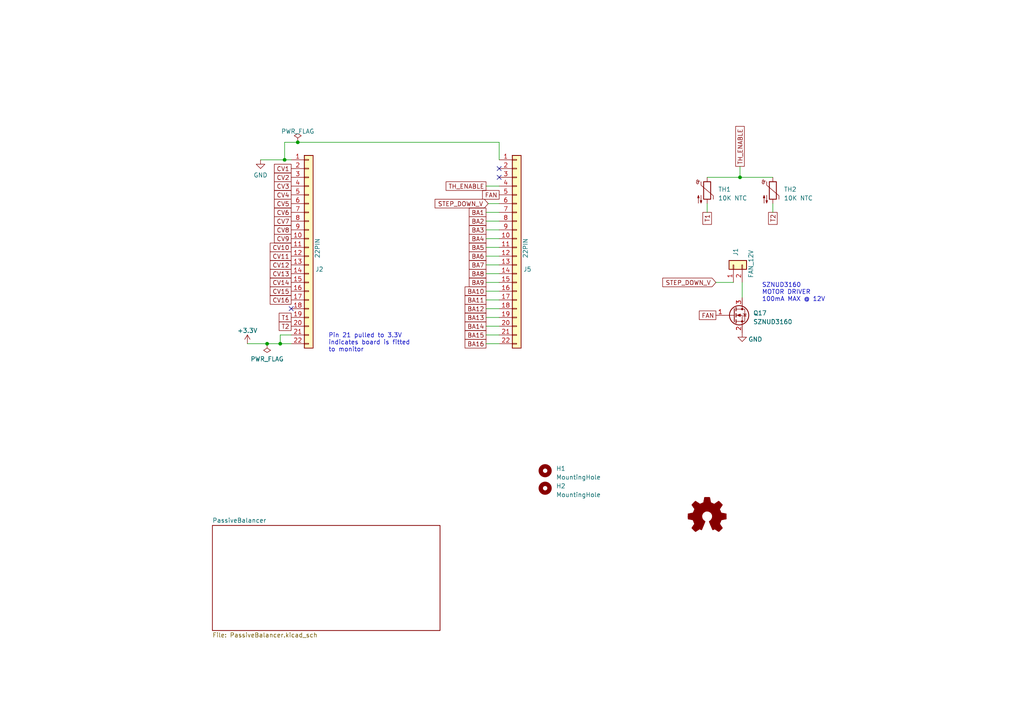
<source format=kicad_sch>
(kicad_sch (version 20230121) (generator eeschema)
  (paper "A4")
  (lib_symbols
    (symbol "Connector_Generic:Conn_01x02" (pin_names (offset 1.016) hide)
      (property "Reference" "J" (at 0 2.54 0))
      (property "Value" "Conn_01x02" (at 0 -5.08 0))
      (symbol "Conn_01x02_1_1"
        (rectangle (start -1.27 -2.413) (end 0 -2.667) (stroke (width 0.1524)))
        (rectangle (start -1.27 0.127) (end 0 -0.127) (stroke (width 0.1524)))
        (rectangle (start -1.27 1.27) (end 1.27 -3.81) (stroke (width 0.254)) (fill (type background)))
        (pin passive line (at -5.08 0 0) (length 3.81) (name "Pin_1") (number "1"))
        (pin passive line (at -5.08 -2.54 0) (length 3.81) (name "Pin_2") (number "2"))
      )
    )
    (symbol "Connector_Generic:Conn_01x22" (pin_names (offset 1.016) hide)
      (property "Reference" "J" (at 0 27.94 0))
      (property "Value" "Conn_01x22" (at 0 -30.48 0))
      (symbol "Conn_01x22_1_1"
        (rectangle (start -1.27 -27.813) (end 0 -28.067) (stroke (width 0.1524)))
        (rectangle (start -1.27 -25.273) (end 0 -25.527) (stroke (width 0.1524)))
        (rectangle (start -1.27 -22.733) (end 0 -22.987) (stroke (width 0.1524)))
        (rectangle (start -1.27 -20.193) (end 0 -20.447) (stroke (width 0.1524)))
        (rectangle (start -1.27 -17.653) (end 0 -17.907) (stroke (width 0.1524)))
        (rectangle (start -1.27 -15.113) (end 0 -15.367) (stroke (width 0.1524)))
        (rectangle (start -1.27 -12.573) (end 0 -12.827) (stroke (width 0.1524)))
        (rectangle (start -1.27 -10.033) (end 0 -10.287) (stroke (width 0.1524)))
        (rectangle (start -1.27 -7.493) (end 0 -7.747) (stroke (width 0.1524)))
        (rectangle (start -1.27 -4.953) (end 0 -5.207) (stroke (width 0.1524)))
        (rectangle (start -1.27 -2.413) (end 0 -2.667) (stroke (width 0.1524)))
        (rectangle (start -1.27 0.127) (end 0 -0.127) (stroke (width 0.1524)))
        (rectangle (start -1.27 2.667) (end 0 2.413) (stroke (width 0.1524)))
        (rectangle (start -1.27 5.207) (end 0 4.953) (stroke (width 0.1524)))
        (rectangle (start -1.27 7.747) (end 0 7.493) (stroke (width 0.1524)))
        (rectangle (start -1.27 10.287) (end 0 10.033) (stroke (width 0.1524)))
        (rectangle (start -1.27 12.827) (end 0 12.573) (stroke (width 0.1524)))
        (rectangle (start -1.27 15.367) (end 0 15.113) (stroke (width 0.1524)))
        (rectangle (start -1.27 17.907) (end 0 17.653) (stroke (width 0.1524)))
        (rectangle (start -1.27 20.447) (end 0 20.193) (stroke (width 0.1524)))
        (rectangle (start -1.27 22.987) (end 0 22.733) (stroke (width 0.1524)))
        (rectangle (start -1.27 25.527) (end 0 25.273) (stroke (width 0.1524)))
        (rectangle (start -1.27 26.67) (end 1.27 -29.21) (stroke (width 0.254)) (fill (type background)))
        (pin passive line (at -5.08 25.4 0) (length 3.81) (name "Pin_1") (number "1"))
        (pin passive line (at -5.08 2.54 0) (length 3.81) (name "Pin_10") (number "10"))
        (pin passive line (at -5.08 0 0) (length 3.81) (name "Pin_11") (number "11"))
        (pin passive line (at -5.08 -2.54 0) (length 3.81) (name "Pin_12") (number "12"))
        (pin passive line (at -5.08 -5.08 0) (length 3.81) (name "Pin_13") (number "13"))
        (pin passive line (at -5.08 -7.62 0) (length 3.81) (name "Pin_14") (number "14"))
        (pin passive line (at -5.08 -10.16 0) (length 3.81) (name "Pin_15") (number "15"))
        (pin passive line (at -5.08 -12.7 0) (length 3.81) (name "Pin_16") (number "16"))
        (pin passive line (at -5.08 -15.24 0) (length 3.81) (name "Pin_17") (number "17"))
        (pin passive line (at -5.08 -17.78 0) (length 3.81) (name "Pin_18") (number "18"))
        (pin passive line (at -5.08 -20.32 0) (length 3.81) (name "Pin_19") (number "19"))
        (pin passive line (at -5.08 22.86 0) (length 3.81) (name "Pin_2") (number "2"))
        (pin passive line (at -5.08 -22.86 0) (length 3.81) (name "Pin_20") (number "20"))
        (pin passive line (at -5.08 -25.4 0) (length 3.81) (name "Pin_21") (number "21"))
        (pin passive line (at -5.08 -27.94 0) (length 3.81) (name "Pin_22") (number "22"))
        (pin passive line (at -5.08 20.32 0) (length 3.81) (name "Pin_3") (number "3"))
        (pin passive line (at -5.08 17.78 0) (length 3.81) (name "Pin_4") (number "4"))
        (pin passive line (at -5.08 15.24 0) (length 3.81) (name "Pin_5") (number "5"))
        (pin passive line (at -5.08 12.7 0) (length 3.81) (name "Pin_6") (number "6"))
        (pin passive line (at -5.08 10.16 0) (length 3.81) (name "Pin_7") (number "7"))
        (pin passive line (at -5.08 7.62 0) (length 3.81) (name "Pin_8") (number "8"))
        (pin passive line (at -5.08 5.08 0) (length 3.81) (name "Pin_9") (number "9"))
      )
    )
    (symbol "Device:Thermistor_NTC" (pin_numbers hide) (pin_names (offset 0))
      (property "Reference" "TH" (at -4.445 0 90))
      (property "Value" "Thermistor_NTC" (at 3.175 0 90))
      (symbol "Thermistor_NTC_0_1"
        (arc (start -3.048 2.159) (mid -3.0495 2.3143) (end -3.175 2.413))
        (arc (start -3.048 2.159) (mid -2.9736 1.9794) (end -2.794 1.905))
        (arc (start -3.048 2.794) (mid -2.9736 2.6144) (end -2.794 2.54))
        (arc (start -2.794 1.905) (mid -2.6144 1.9794) (end -2.54 2.159))
        (arc (start -2.794 2.54) (mid -2.4393 2.5587) (end -2.159 2.794))
        (arc (start -2.794 3.048) (mid -2.9736 2.9736) (end -3.048 2.794))
        (arc (start -2.54 2.794) (mid -2.6144 2.9736) (end -2.794 3.048))
        (rectangle (start -1.016 2.54) (end 1.016 -2.54) (stroke (width 0.254)))
        (polyline (pts (xy -2.54 2.159) (xy -2.54 2.794)))
        (polyline (pts (xy -1.778 2.54) (xy -1.778 1.524) (xy 1.778 -1.524) (xy 1.778 -2.54)))
        (polyline (pts (xy -2.54 -3.683) (xy -2.54 -1.397) (xy -2.794 -2.159) (xy -2.286 -2.159) (xy -2.54 -1.397) (xy -2.54 -1.651)) (fill (type outline)))
        (polyline (pts (xy -1.778 -1.397) (xy -1.778 -3.683) (xy -2.032 -2.921) (xy -1.524 -2.921) (xy -1.778 -3.683) (xy -1.778 -3.429)) (fill (type outline)))
      )
      (symbol "Thermistor_NTC_1_1"
        (pin passive line (at 0 3.81 270) (length 1.27) (name "~") (number "1"))
        (pin passive line (at 0 -3.81 90) (length 1.27) (name "~") (number "2"))
      )
    )
    (symbol "Graphic:Logo_Open_Hardware_Small" (in_bom no) (on_board no)
      (symbol "Logo_Open_Hardware_Small_0_1"
        (polyline (pts (xy 3.3528 -4.3434) (xy 3.302 -4.318) (xy 3.175 -4.2418) (xy 2.9972 -4.1148) (xy 2.7686 -3.9624) (xy 2.54 -3.81) (xy 2.3622 -3.7084) (xy 2.2352 -3.6068) (xy 2.1844 -3.5814) (xy 2.159 -3.6068) (xy 2.0574 -3.6576) (xy 1.905 -3.7338) (xy 1.8034 -3.7846) (xy 1.6764 -3.8354) (xy 1.6002 -3.8354) (xy 1.6002 -3.8354) (xy 1.5494 -3.7338) (xy 1.4732 -3.5306) (xy 1.3462 -3.302) (xy 1.2446 -3.0226) (xy 1.1176 -2.7178) (xy 0.9652 -2.413) (xy 0.8636 -2.1082) (xy 0.7366 -1.8288) (xy 0.6604 -1.6256) (xy 0.6096 -1.4732) (xy 0.5842 -1.397) (xy 0.5842 -1.397) (xy 0.6604 -1.3208) (xy 0.7874 -1.2446) (xy 1.0414 -1.016) (xy 1.2954 -0.6858) (xy 1.4478 -0.3302) (xy 1.524 0.0762) (xy 1.4732 0.4572) (xy 1.3208 0.8128) (xy 1.0668 1.143) (xy 0.762 1.3716) (xy 0.4064 1.524) (xy 0 1.5748) (xy -0.381 1.5494) (xy -0.7366 1.397) (xy -1.0668 1.143) (xy -1.2192 0.9906) (xy -1.397 0.6604) (xy -1.524 0.3048) (xy -1.524 0.2286) (xy -1.4986 -0.1778) (xy -1.397 -0.5334) (xy -1.1938 -0.8636) (xy -0.9144 -1.143) (xy -0.8636 -1.1684) (xy -0.7366 -1.27) (xy -0.635 -1.3462) (xy -0.5842 -1.397) (xy -1.0668 -2.5908) (xy -1.143 -2.794) (xy -1.2954 -3.1242) (xy -1.397 -3.4036) (xy -1.4986 -3.6322) (xy -1.5748 -3.7846) (xy -1.6002 -3.8354) (xy -1.6002 -3.8354) (xy -1.651 -3.8354) (xy -1.7272 -3.81) (xy -1.905 -3.7338) (xy -2.0066 -3.683) (xy -2.1336 -3.6068) (xy -2.2098 -3.5814) (xy -2.2606 -3.6068) (xy -2.3622 -3.683) (xy -2.54 -3.81) (xy -2.7686 -3.9624) (xy -2.9718 -4.0894) (xy -3.1496 -4.2164) (xy -3.302 -4.318) (xy -3.3528 -4.3434) (xy -3.3782 -4.3434) (xy -3.429 -4.318) (xy -3.5306 -4.2164) (xy -3.7084 -4.064) (xy -3.937 -3.8354) (xy -3.9624 -3.81) (xy -4.1656 -3.6068) (xy -4.318 -3.4544) (xy -4.4196 -3.3274) (xy -4.445 -3.2766) (xy -4.445 -3.2766) (xy -4.4196 -3.2258) (xy -4.318 -3.0734) (xy -4.2164 -2.8956) (xy -4.064 -2.667) (xy -3.6576 -2.0828) (xy -3.8862 -1.5494) (xy -3.937 -1.3716) (xy -4.0386 -1.1684) (xy -4.0894 -1.0414) (xy -4.1148 -0.9652) (xy -4.191 -0.9398) (xy -4.318 -0.9144) (xy -4.5466 -0.8636) (xy -4.8006 -0.8128) (xy -5.0546 -0.7874) (xy -5.2578 -0.7366) (xy -5.4356 -0.7112) (xy -5.5118 -0.6858) (xy -5.5118 -0.6858) (xy -5.5372 -0.635) (xy -5.5372 -0.5588) (xy -5.5372 -0.4318) (xy -5.5626 -0.2286) (xy -5.5626 0.0762) (xy -5.5626 0.127) (xy -5.5372 0.4064) (xy -5.5372 0.635) (xy -5.5372 0.762) (xy -5.5372 0.8382) (xy -5.5372 0.8382) (xy -5.461 0.8382) (xy -5.3086 0.889) (xy -5.08 0.9144) (xy -4.826 0.9652) (xy -4.8006 0.9906) (xy -4.5466 1.0414) (xy -4.318 1.0668) (xy -4.1656 1.1176) (xy -4.0894 1.143) (xy -4.0894 1.143) (xy -4.0386 1.2446) (xy -3.9624 1.4224) (xy -3.8608 1.6256) (xy -3.7846 1.8288) (xy -3.7084 2.0066) (xy -3.6576 2.159) (xy -3.6322 2.2098) (xy -3.6322 2.2098) (xy -3.683 2.286) (xy -3.7592 2.413) (xy -3.8862 2.5908) (xy -4.064 2.8194) (xy -4.064 2.8448) (xy -4.2164 3.0734) (xy -4.3434 3.2512) (xy -4.4196 3.3782) (xy -4.445 3.4544) (xy -4.445 3.4544) (xy -4.3942 3.5052) (xy -4.2926 3.6322) (xy -4.1148 3.81) (xy -3.937 4.0132) (xy -3.8608 4.064) (xy -3.6576 4.2926) (xy -3.5052 4.4196) (xy -3.4036 4.4958) (xy -3.3528 4.5212) (xy -3.3528 4.5212) (xy -3.302 4.4704) (xy -3.1496 4.3688) (xy -2.9718 4.2418) (xy -2.7432 4.0894) (xy -2.7178 4.0894) (xy -2.4892 3.937) (xy -2.3114 3.81) (xy -2.1844 3.7084) (xy -2.1336 3.683) (xy -2.1082 3.683) (xy -2.032 3.7084) (xy -1.8542 3.7592) (xy -1.6764 3.8354) (xy -1.4732 3.937) (xy -1.27 4.0132) (xy -1.143 4.064) (xy -1.0668 4.1148) (xy -1.0668 4.1148) (xy -1.0414 4.191) (xy -1.016 4.3434) (xy -0.9652 4.572) (xy -0.9144 4.8514) (xy -0.889 4.9022) (xy -0.8382 5.1562) (xy -0.8128 5.3848) (xy -0.7874 5.5372) (xy -0.762 5.588) (xy -0.7112 5.6134) (xy -0.5842 5.6134) (xy -0.4064 5.6134) (xy -0.1524 5.6134) (xy 0.0762 5.6134) (xy 0.3302 5.6134) (xy 0.5334 5.6134) (xy 0.6858 5.588) (xy 0.7366 5.588) (xy 0.7366 5.588) (xy 0.762 5.5118) (xy 0.8128 5.334) (xy 0.8382 5.1054) (xy 0.9144 4.826) (xy 0.9144 4.7752) (xy 0.9652 4.5212) (xy 1.016 4.2926) (xy 1.0414 4.1402) (xy 1.0668 4.0894) (xy 1.0668 4.0894) (xy 1.1938 4.0386) (xy 1.3716 3.9624) (xy 1.5748 3.8608) (xy 2.0828 3.6576) (xy 2.7178 4.0894) (xy 2.7686 4.1402) (xy 2.9972 4.2926) (xy 3.175 4.4196) (xy 3.302 4.4958) (xy 3.3782 4.5212) (xy 3.3782 4.5212) (xy 3.429 4.4704) (xy 3.556 4.3434) (xy 3.7338 4.191) (xy 3.9116 3.9878) (xy 4.064 3.8354) (xy 4.2418 3.6576) (xy 4.3434 3.556) (xy 4.4196 3.4798) (xy 4.4196 3.429) (xy 4.4196 3.4036) (xy 4.3942 3.3274) (xy 4.2926 3.2004) (xy 4.1656 2.9972) (xy 4.0132 2.794) (xy 3.8862 2.5908) (xy 3.7592 2.3876) (xy 3.6576 2.2352) (xy 3.6322 2.159) (xy 3.6322 2.1336) (xy 3.683 2.0066) (xy 3.7592 1.8288) (xy 3.8608 1.6002) (xy 4.064 1.1176) (xy 4.3942 1.0414) (xy 4.5974 1.016) (xy 4.8768 0.9652) (xy 5.1308 0.9144) (xy 5.5372 0.8382) (xy 5.5626 -0.6604) (xy 5.4864 -0.6858) (xy 5.4356 -0.6858) (xy 5.2832 -0.7366) (xy 5.0546 -0.762) (xy 4.8006 -0.8128) (xy 4.5974 -0.8636) (xy 4.3688 -0.9144) (xy 4.2164 -0.9398) (xy 4.1402 -0.9398) (xy 4.1148 -0.9652) (xy 4.064 -1.0668) (xy 3.9878 -1.2446) (xy 3.9116 -1.4478) (xy 3.81 -1.651) (xy 3.7338 -1.8542) (xy 3.683 -2.0066) (xy 3.6576 -2.0828) (xy 3.683 -2.1336) (xy 3.7846 -2.2606) (xy 3.8862 -2.4638) (xy 4.0386 -2.667) (xy 4.191 -2.8956) (xy 4.318 -3.0734) (xy 4.3942 -3.2004) (xy 4.445 -3.2766) (xy 4.4196 -3.3274) (xy 4.3434 -3.429) (xy 4.1656 -3.5814) (xy 3.937 -3.8354) (xy 3.8862 -3.8608) (xy 3.683 -4.064) (xy 3.5306 -4.2164) (xy 3.4036 -4.318) (xy 3.3528 -4.3434)) (fill (type outline)))
      )
    )
    (symbol "Mechanical:MountingHole" (pin_names (offset 1.016))
      (property "Reference" "H" (at 0 5.08 0))
      (property "Value" "MountingHole" (at 0 3.175 0))
      (symbol "MountingHole_0_1"
        (circle (center 0 0) (radius 1.27) (stroke (width 1.27)))
      )
    )
    (symbol "power:+3.3V" (power) (pin_names (offset 0))
      (property "Value" "+3.3V" (at 0 3.556 0))
      (symbol "+3.3V_0_1"
        (polyline (pts (xy -0.762 1.27) (xy 0 2.54)))
        (polyline (pts (xy 0 0) (xy 0 2.54)))
        (polyline (pts (xy 0 2.54) (xy 0.762 1.27)))
      )
      (symbol "+3.3V_1_1"
        (pin power_in line (at 0 0 90) (length 0) hide (name "+3.3V") (number "1"))
      )
    )
    (symbol "power:GND" (power) (pin_names (offset 0))
      (property "Value" "GND" (at 0 -3.81 0))
      (symbol "GND_0_1"
        (polyline (pts (xy 0 0) (xy 0 -1.27) (xy 1.27 -1.27) (xy 0 -2.54) (xy -1.27 -1.27) (xy 0 -1.27)))
      )
      (symbol "GND_1_1"
        (pin power_in line (at 0 0 270) (length 0) hide (name "GND") (number "1"))
      )
    )
    (symbol "power:PWR_FLAG" (power) (pin_numbers hide) (pin_names (offset 0) hide)
      (property "Value" "PWR_FLAG" (at 0 3.81 0))
      (symbol "PWR_FLAG_0_0"
        (pin power_out line (at 0 0 90) (length 0) (name "pwr") (number "1"))
      )
      (symbol "PWR_FLAG_0_1"
        (polyline (pts (xy 0 0) (xy 0 1.27) (xy -1.016 1.905) (xy 0 2.54) (xy 1.016 1.905) (xy 0 1.27)))
      )
    )
    (symbol "sznud3160:SZNUD3160" (pin_names hide)
      (property "Reference" "Q" (at 5.08 1.905 0))
      (property "Value" "SZNUD3160" (at 5.08 0 0))
      (symbol "SZNUD3160_0_1"
        (polyline (pts (xy 0.254 0) (xy -2.54 0)))
        (polyline (pts (xy 0.254 1.905) (xy 0.254 -1.905)) (stroke (width 0.254)))
        (polyline (pts (xy 0.762 -1.27) (xy 0.762 -2.286)) (stroke (width 0.254)))
        (polyline (pts (xy 0.762 0.508) (xy 0.762 -0.508)) (stroke (width 0.254)))
        (polyline (pts (xy 0.762 2.286) (xy 0.762 1.27)) (stroke (width 0.254)))
        (polyline (pts (xy 2.54 2.54) (xy 2.54 1.778)))
        (polyline (pts (xy 2.54 -2.54) (xy 2.54 0) (xy 0.762 0)))
        (polyline (pts (xy 0.762 -1.778) (xy 3.302 -1.778) (xy 3.302 1.778) (xy 0.762 1.778)))
        (polyline (pts (xy 1.016 0) (xy 2.032 0.381) (xy 2.032 -0.381) (xy 1.016 0)) (fill (type outline)))
        (polyline (pts (xy 2.794 0.508) (xy 2.921 0.381) (xy 3.683 0.381) (xy 3.81 0.254)))
        (polyline (pts (xy 3.302 0.381) (xy 2.921 -0.254) (xy 3.683 -0.254) (xy 3.302 0.381)))
        (circle (center 1.651 0) (radius 2.794) (stroke (width 0.254)))
        (circle (center 2.54 -1.778) (radius 0.254) (fill (type outline)))
        (circle (center 2.54 1.778) (radius 0.254) (fill (type outline)))
      )
      (symbol "SZNUD3160_1_1"
        (pin input line (at -5.08 0 0) (length 2.54) (name "G") (number "1"))
        (pin passive line (at 2.54 -5.08 90) (length 2.54) (name "S") (number "2"))
        (pin passive line (at 2.54 5.08 270) (length 2.54) (name "D") (number "3"))
      )
    )
  )
  (junction (at 81.28 99.695))
  (junction (at 214.63 51.435))
  (junction (at 77.47 99.695))
  (junction (at 86.36 41.275))
  (junction (at 82.55 46.355))
  (no_connect (at 144.78 48.895))
  (no_connect (at 144.78 51.435))
  (no_connect (at 84.455 89.535))
  (wire (pts (xy 144.78 86.995) (xy 140.97 86.995)))
  (wire (pts (xy 81.28 97.155) (xy 81.28 99.695)))
  (wire (pts (xy 71.755 99.695) (xy 77.47 99.695)))
  (wire (pts (xy 144.78 46.355) (xy 144.78 41.275)))
  (wire (pts (xy 144.78 89.535) (xy 140.97 89.535)))
  (wire (pts (xy 144.78 81.915) (xy 140.97 81.915)))
  (wire (pts (xy 77.47 99.695) (xy 81.28 99.695)))
  (wire (pts (xy 144.78 79.375) (xy 140.97 79.375)))
  (wire (pts (xy 214.63 48.26) (xy 214.63 51.435)))
  (wire (pts (xy 84.455 97.155) (xy 81.28 97.155)))
  (wire (pts (xy 205.105 51.435) (xy 214.63 51.435)))
  (wire (pts (xy 86.36 41.275) (xy 82.55 41.275)))
  (wire (pts (xy 214.63 51.435) (xy 224.155 51.435)))
  (wire (pts (xy 144.78 76.835) (xy 140.97 76.835)))
  (wire (pts (xy 144.78 94.615) (xy 140.97 94.615)))
  (wire (pts (xy 144.78 71.755) (xy 140.97 71.755)))
  (wire (pts (xy 144.78 61.595) (xy 140.97 61.595)))
  (wire (pts (xy 82.55 41.275) (xy 82.55 46.355)))
  (wire (pts (xy 144.78 41.275) (xy 86.36 41.275)))
  (wire (pts (xy 144.78 92.075) (xy 140.97 92.075)))
  (wire (pts (xy 75.565 46.355) (xy 82.55 46.355)))
  (wire (pts (xy 141.605 59.055) (xy 144.78 59.055)))
  (wire (pts (xy 144.78 99.695) (xy 140.97 99.695)))
  (wire (pts (xy 205.105 59.055) (xy 205.105 61.595)))
  (wire (pts (xy 144.78 64.135) (xy 140.97 64.135)))
  (wire (pts (xy 144.78 84.455) (xy 140.97 84.455)))
  (wire (pts (xy 144.78 69.215) (xy 140.97 69.215)))
  (wire (pts (xy 207.645 81.915) (xy 212.725 81.915)))
  (wire (pts (xy 224.155 59.055) (xy 224.155 61.595)))
  (wire (pts (xy 144.78 66.675) (xy 140.97 66.675)))
  (wire (pts (xy 82.55 46.355) (xy 84.455 46.355)))
  (wire (pts (xy 140.97 53.975) (xy 144.78 53.975)))
  (wire (pts (xy 144.78 97.155) (xy 140.97 97.155)))
  (wire (pts (xy 215.265 81.915) (xy 215.265 86.36)))
  (wire (pts (xy 81.28 99.695) (xy 84.455 99.695)))
  (wire (pts (xy 144.78 74.295) (xy 140.97 74.295)))
  (text "SZNUD3160 \nMOTOR DRIVER\n100mA MAX @ 12V" (at 220.98 87.63 0) (effects (font (size 1.27 1.27)) (justify left bottom)))
  (text "Pin 21 pulled to 3.3V \nindicates board is fitted\nto monitor" (at 95.25 102.235 0) (effects (font (size 1.27 1.27)) (justify left bottom)))
  (global_label "CV8" (shape passive) (at 84.455 66.675 180) (property "Intersheetrefs" "${INTERSHEET_REFS}" (effects hide)))
  (global_label "STEP_DOWN_V" (shape input) (at 141.605 59.055 180) (property "Intersheetrefs" "${INTERSHEET_REFS}" (effects hide)))
  (global_label "CV9" (shape passive) (at 84.455 69.215 180) (property "Intersheetrefs" "${INTERSHEET_REFS}" (effects hide)))
  (global_label "CV3" (shape passive) (at 84.455 53.975 180) (property "Intersheetrefs" "${INTERSHEET_REFS}" (effects hide)))
  (global_label "BA4" (shape passive) (at 140.97 69.215 180) (property "Intersheetrefs" "${INTERSHEET_REFS}" (effects hide)))
  (global_label "CV10" (shape passive) (at 84.455 71.755 180) (property "Intersheetrefs" "${INTERSHEET_REFS}" (effects hide)))
  (global_label "BA13" (shape passive) (at 140.97 92.075 180) (property "Intersheetrefs" "${INTERSHEET_REFS}" (effects hide)))
  (global_label "TH_ENABLE" (shape passive) (at 214.63 48.26 90) (property "Intersheetrefs" "${INTERSHEET_REFS}" (effects hide)))
  (global_label "CV16" (shape passive) (at 84.455 86.995 180) (property "Intersheetrefs" "${INTERSHEET_REFS}" (effects hide)))
  (global_label "CV14" (shape passive) (at 84.455 81.915 180) (property "Intersheetrefs" "${INTERSHEET_REFS}" (effects hide)))
  (global_label "CV4" (shape passive) (at 84.455 56.515 180) (property "Intersheetrefs" "${INTERSHEET_REFS}" (effects hide)))
  (global_label "T2" (shape passive) (at 84.455 94.615 180) (property "Intersheetrefs" "${INTERSHEET_REFS}" (effects hide)))
  (global_label "BA7" (shape passive) (at 140.97 76.835 180) (property "Intersheetrefs" "${INTERSHEET_REFS}" (effects hide)))
  (global_label "BA10" (shape passive) (at 140.97 84.455 180) (property "Intersheetrefs" "${INTERSHEET_REFS}" (effects hide)))
  (global_label "BA6" (shape passive) (at 140.97 74.295 180) (property "Intersheetrefs" "${INTERSHEET_REFS}" (effects hide)))
  (global_label "CV5" (shape passive) (at 84.455 59.055 180) (property "Intersheetrefs" "${INTERSHEET_REFS}" (effects hide)))
  (global_label "BA1" (shape passive) (at 140.97 61.595 180) (property "Intersheetrefs" "${INTERSHEET_REFS}" (effects hide)))
  (global_label "CV15" (shape passive) (at 84.455 84.455 180) (property "Intersheetrefs" "${INTERSHEET_REFS}" (effects hide)))
  (global_label "BA3" (shape passive) (at 140.97 66.675 180) (property "Intersheetrefs" "${INTERSHEET_REFS}" (effects hide)))
  (global_label "T2" (shape passive) (at 224.155 61.595 270) (property "Intersheetrefs" "${INTERSHEET_REFS}" (effects hide)))
  (global_label "CV6" (shape passive) (at 84.455 61.595 180) (property "Intersheetrefs" "${INTERSHEET_REFS}" (effects hide)))
  (global_label "FAN" (shape passive) (at 207.645 91.44 180) (property "Intersheetrefs" "${INTERSHEET_REFS}" (effects hide)))
  (global_label "BA16" (shape passive) (at 140.97 99.695 180) (property "Intersheetrefs" "${INTERSHEET_REFS}" (effects hide)))
  (global_label "CV13" (shape passive) (at 84.455 79.375 180) (property "Intersheetrefs" "${INTERSHEET_REFS}" (effects hide)))
  (global_label "T1" (shape passive) (at 205.105 61.595 270) (property "Intersheetrefs" "${INTERSHEET_REFS}" (effects hide)))
  (global_label "CV11" (shape passive) (at 84.455 74.295 180) (property "Intersheetrefs" "${INTERSHEET_REFS}" (effects hide)))
  (global_label "BA5" (shape passive) (at 140.97 71.755 180) (property "Intersheetrefs" "${INTERSHEET_REFS}" (effects hide)))
  (global_label "CV7" (shape passive) (at 84.455 64.135 180) (property "Intersheetrefs" "${INTERSHEET_REFS}" (effects hide)))
  (global_label "CV2" (shape passive) (at 84.455 51.435 180) (property "Intersheetrefs" "${INTERSHEET_REFS}" (effects hide)))
  (global_label "BA15" (shape passive) (at 140.97 97.155 180) (property "Intersheetrefs" "${INTERSHEET_REFS}" (effects hide)))
  (global_label "BA9" (shape passive) (at 140.97 81.915 180) (property "Intersheetrefs" "${INTERSHEET_REFS}" (effects hide)))
  (global_label "BA11" (shape passive) (at 140.97 86.995 180) (property "Intersheetrefs" "${INTERSHEET_REFS}" (effects hide)))
  (global_label "T1" (shape passive) (at 84.455 92.075 180) (property "Intersheetrefs" "${INTERSHEET_REFS}" (effects hide)))
  (global_label "BA12" (shape passive) (at 140.97 89.535 180) (property "Intersheetrefs" "${INTERSHEET_REFS}" (effects hide)))
  (global_label "TH_ENABLE" (shape passive) (at 140.97 53.975 180) (property "Intersheetrefs" "${INTERSHEET_REFS}" (effects hide)))
  (global_label "CV12" (shape passive) (at 84.455 76.835 180) (property "Intersheetrefs" "${INTERSHEET_REFS}" (effects hide)))
  (global_label "BA14" (shape passive) (at 140.97 94.615 180) (property "Intersheetrefs" "${INTERSHEET_REFS}" (effects hide)))
  (global_label "BA8" (shape passive) (at 140.97 79.375 180) (property "Intersheetrefs" "${INTERSHEET_REFS}" (effects hide)))
  (global_label "FAN" (shape passive) (at 144.78 56.515 180) (property "Intersheetrefs" "${INTERSHEET_REFS}" (effects hide)))
  (global_label "STEP_DOWN_V" (shape input) (at 207.645 81.915 180) (property "Intersheetrefs" "${INTERSHEET_REFS}" (effects hide)))
  (global_label "CV1" (shape passive) (at 84.455 48.895 180) (property "Intersheetrefs" "${INTERSHEET_REFS}" (effects hide)))
  (global_label "BA2" (shape passive) (at 140.97 64.135 180) (property "Intersheetrefs" "${INTERSHEET_REFS}" (effects hide)))
  (symbol (lib_id "Graphic:Logo_Open_Hardware_Small") (at 205.105 149.86 0) (unit 1) (in_bom no)
    (property "Reference" "G2" (effects hide))
    (property "Value" "DIYBMS_LOGO" (effects hide))
    (property "Footprint" "DIYBMS:diybms_logo_24x10mm" (effects hide))
    (property "Sim.Enable" "0" (effects hide))
  )
  (symbol (lib_id "power:PWR_FLAG") (at 86.36 41.275 0) (unit 1)
    (property "Reference" "#FLG02" (effects hide))
    (property "Value" "PWR_FLAG" (at 86.36 38.1 0))
  )
  (symbol (lib_id "power:GND") (at 75.565 46.355 0) (unit 1)
    (property "Reference" "#PWR02" (effects hide))
    (property "Value" "GND" (at 75.565 50.8 0))
  )
  (symbol (lib_id "Mechanical:MountingHole") (at 158.115 136.525 0) (unit 1)
    (property "Reference" "H1" (at 161.29 135.89 0) (effects (justify left)))
    (property "Value" "MountingHole" (at 161.29 138.43 0) (effects (justify left)))
    (property "Footprint" "MountingHole:MountingHole_3.2mm_M3" (effects hide))
  )
  (symbol (lib_id "power:PWR_FLAG") (at 77.47 99.695 180) (unit 1)
    (property "Reference" "#FLG01" (effects hide))
    (property "Value" "PWR_FLAG" (at 77.47 104.14 0))
  )
  (symbol (lib_id "power:GND") (at 215.265 96.52 0) (unit 1)
    (property "Reference" "#PWR06" (effects hide))
    (property "Value" "GND" (at 219.075 98.425 0))
  )
  (symbol (lib_id "Mechanical:MountingHole") (at 158.115 141.605 0) (unit 1)
    (property "Reference" "H2" (at 161.29 140.97 0) (effects (justify left)))
    (property "Value" "MountingHole" (at 161.29 143.51 0) (effects (justify left)))
    (property "Footprint" "MountingHole:MountingHole_3.2mm_M3" (effects hide))
  )
  (symbol (lib_id "Device:Thermistor_NTC") (at 205.105 55.245 0) (unit 1)
    (property "Reference" "TH1" (at 208.28 54.9275 0) (effects (justify left)))
    (property "Value" "10K NTC" (at 208.28 57.4675 0) (effects (justify left)))
    (property "Footprint" "Resistor_SMD:R_0805_2012Metric" (effects hide))
    (property "Datasheet" "https://datasheet.lcsc.com/szlcsc/Guangdong-Fenghua-Advanced-Tech-CMFB103F3950FANT_C51597.pdf" (effects hide))
    (property "PartNumber" "CMFB103F3950FANT" (effects hide))
    (property "LCSCStockCode" "C51597" (effects hide))
  )
  (symbol (lib_id "Connector_Generic:Conn_01x02") (at 212.725 76.835 90) (unit 1)
    (property "Reference" "J1" (at 213.36 74.295 0) (effects (justify left)))
    (property "Value" "FAN_12V" (at 217.805 80.645 0) (effects (justify left)))
    (property "Footprint" "Connector_JST:JST_PH_B2B-PH-K_1x02_P2.00mm_Vertical" (effects hide))
    (property "PartNumber" "S2B-PH-K(LF)(SN)" (effects hide))
    (property "LCSCStockCode" "C265016" (effects hide))
  )
  (symbol (lib_id "Connector_Generic:Conn_01x22") (at 89.535 71.755 0) (unit 1)
    (property "Reference" "J2" (at 91.44 78.105 0) (effects (justify left)))
    (property "Value" "22PIN" (at 92.075 74.93 90) (effects (justify left)))
    (property "Footprint" "Connector_PinHeader_2.54mm:PinHeader_1x22_P2.54mm_Vertical" (effects hide))
    (property "PartNumber" "X6511WV-22H-C30D60" (effects hide))
    (property "LCSCStockCode" "C725954" (effects hide))
  )
  (symbol (lib_id "sznud3160:SZNUD3160") (at 212.725 91.44 0) (unit 1)
    (property "Reference" "Q17" (at 218.44 90.805 0) (effects (justify left)))
    (property "Value" "SZNUD3160" (at 218.44 93.345 0) (effects (justify left)))
    (property "Footprint" "Package_TO_SOT_SMD:SOT-23" (effects hide))
    (property "Datasheet" "https://www.onsemi.com/pdf/datasheet/nud3160-d.pdf" (effects hide))
    (property "LCSCStockCode" "C894717" (effects hide))
    (property "PartNumber" "SZNUD3160LT1G" (effects hide))
  )
  (symbol (lib_id "Device:Thermistor_NTC") (at 224.155 55.245 0) (unit 1)
    (property "Reference" "TH2" (at 227.33 54.9275 0) (effects (justify left)))
    (property "Value" "10K NTC" (at 227.33 57.4675 0) (effects (justify left)))
    (property "Footprint" "Resistor_SMD:R_0805_2012Metric" (effects hide))
    (property "Datasheet" "https://datasheet.lcsc.com/szlcsc/Guangdong-Fenghua-Advanced-Tech-CMFB103F3950FANT_C51597.pdf" (effects hide))
    (property "PartNumber" "CMFB103F3950FANT" (effects hide))
    (property "LCSCStockCode" "C51597" (effects hide))
  )
  (symbol (lib_id "Connector_Generic:Conn_01x22") (at 149.86 71.755 0) (unit 1)
    (property "Reference" "J5" (at 151.765 78.105 0) (effects (justify left)))
    (property "Value" "22PIN" (at 152.4 74.93 90) (effects (justify left)))
    (property "Footprint" "Connector_PinHeader_2.54mm:PinHeader_1x22_P2.54mm_Vertical" (effects hide))
    (property "PartNumber" "X6511WV-22H-C30D60" (effects hide))
    (property "LCSCStockCode" "C725954" (effects hide))
  )
  (symbol (lib_id "power:+3.3V") (at 71.755 99.695 0) (unit 1)
    (property "Reference" "#PWR01" (effects hide))
    (property "Value" "+3.3V" (at 71.755 95.885 0))
  )
  (sheet (at 61.595 152.4) (size 66.04 30.48) (stroke (width 0.1524))
    (property "Sheetname" "PassiveBalancer" (at 61.595 151.6884 0) (effects (justify left bottom)))
    (property "Sheetfile" "PassiveBalancer.kicad_sch" (at 61.595 183.4646 0) (effects (justify left top)))
  )
)
</source>
